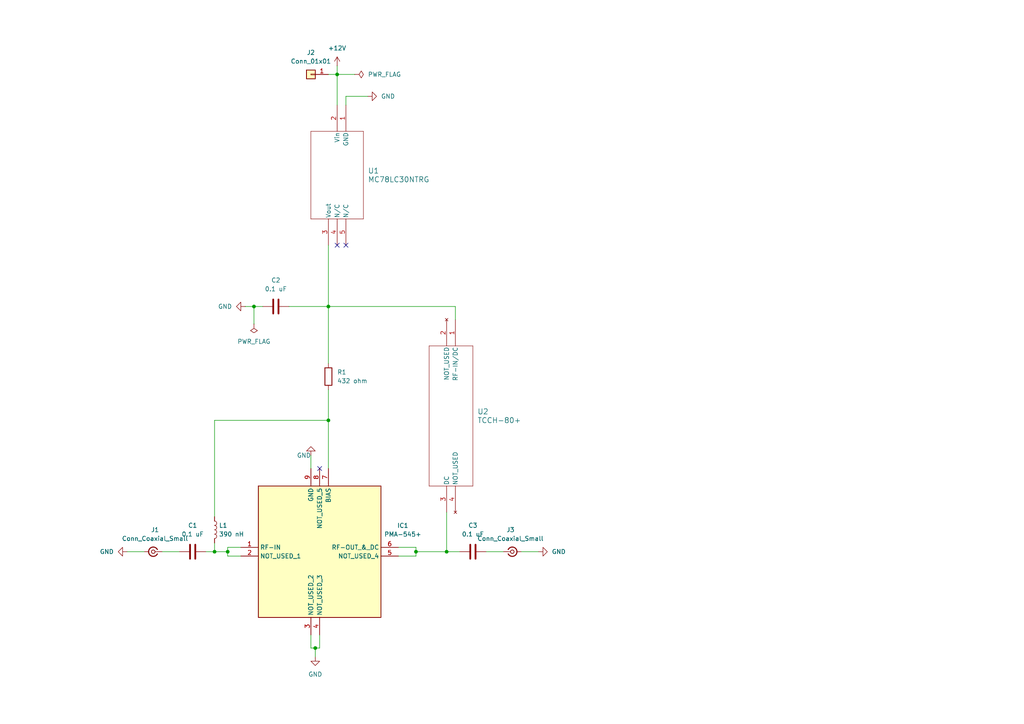
<source format=kicad_sch>
(kicad_sch
	(version 20231120)
	(generator "eeschema")
	(generator_version "8.0")
	(uuid "1f486dc4-76fe-4fd5-90aa-5b465374cced")
	(paper "A4")
	(lib_symbols
		(symbol "2024-07-02_20-48-42:TCCH-80+"
			(pin_names
				(offset 0.254)
			)
			(exclude_from_sim no)
			(in_bom yes)
			(on_board yes)
			(property "Reference" "U"
				(at 27.94 10.16 0)
				(effects
					(font
						(size 1.524 1.524)
					)
				)
			)
			(property "Value" "TCCH-80+"
				(at 27.94 7.62 0)
				(effects
					(font
						(size 1.524 1.524)
					)
				)
			)
			(property "Footprint" "GU1604_MNC"
				(at 0 0 0)
				(effects
					(font
						(size 1.27 1.27)
						(italic yes)
					)
					(hide yes)
				)
			)
			(property "Datasheet" "TCCH-80+"
				(at 0 0 0)
				(effects
					(font
						(size 1.27 1.27)
						(italic yes)
					)
					(hide yes)
				)
			)
			(property "Description" ""
				(at 0 0 0)
				(effects
					(font
						(size 1.27 1.27)
					)
					(hide yes)
				)
			)
			(property "ki_locked" ""
				(at 0 0 0)
				(effects
					(font
						(size 1.27 1.27)
					)
				)
			)
			(property "ki_keywords" "TCCH-80+"
				(at 0 0 0)
				(effects
					(font
						(size 1.27 1.27)
					)
					(hide yes)
				)
			)
			(property "ki_fp_filters" "GU1604_MNC"
				(at 0 0 0)
				(effects
					(font
						(size 1.27 1.27)
					)
					(hide yes)
				)
			)
			(symbol "TCCH-80+_0_1"
				(polyline
					(pts
						(xy 7.62 -7.62) (xy 48.26 -7.62)
					)
					(stroke
						(width 0.127)
						(type default)
					)
					(fill
						(type none)
					)
				)
				(polyline
					(pts
						(xy 7.62 5.08) (xy 7.62 -7.62)
					)
					(stroke
						(width 0.127)
						(type default)
					)
					(fill
						(type none)
					)
				)
				(polyline
					(pts
						(xy 48.26 -7.62) (xy 48.26 5.08)
					)
					(stroke
						(width 0.127)
						(type default)
					)
					(fill
						(type none)
					)
				)
				(polyline
					(pts
						(xy 48.26 5.08) (xy 7.62 5.08)
					)
					(stroke
						(width 0.127)
						(type default)
					)
					(fill
						(type none)
					)
				)
				(pin unspecified line
					(at 0 0 0)
					(length 7.62)
					(name "RF-IN/DC"
						(effects
							(font
								(size 1.27 1.27)
							)
						)
					)
					(number "1"
						(effects
							(font
								(size 1.27 1.27)
							)
						)
					)
				)
				(pin no_connect line
					(at 0 -2.54 0)
					(length 7.62)
					(name "NOT_USED"
						(effects
							(font
								(size 1.27 1.27)
							)
						)
					)
					(number "2"
						(effects
							(font
								(size 1.27 1.27)
							)
						)
					)
				)
				(pin unspecified line
					(at 55.88 -2.54 180)
					(length 7.62)
					(name "DC"
						(effects
							(font
								(size 1.27 1.27)
							)
						)
					)
					(number "3"
						(effects
							(font
								(size 1.27 1.27)
							)
						)
					)
				)
				(pin no_connect line
					(at 55.88 0 180)
					(length 7.62)
					(name "NOT_USED"
						(effects
							(font
								(size 1.27 1.27)
							)
						)
					)
					(number "4"
						(effects
							(font
								(size 1.27 1.27)
							)
						)
					)
				)
			)
		)
		(symbol "2024-07-02_22-13-20:MC78LC30NTRG"
			(pin_names
				(offset 0.254)
			)
			(exclude_from_sim no)
			(in_bom yes)
			(on_board yes)
			(property "Reference" "U"
				(at 20.32 10.16 0)
				(effects
					(font
						(size 1.524 1.524)
					)
				)
			)
			(property "Value" "MC78LC30NTRG"
				(at 20.32 7.62 0)
				(effects
					(font
						(size 1.524 1.524)
					)
				)
			)
			(property "Footprint" "TSOT23-5_ONS"
				(at 0 0 0)
				(effects
					(font
						(size 1.27 1.27)
						(italic yes)
					)
					(hide yes)
				)
			)
			(property "Datasheet" "MC78LC30NTRG"
				(at 0 0 0)
				(effects
					(font
						(size 1.27 1.27)
						(italic yes)
					)
					(hide yes)
				)
			)
			(property "Description" ""
				(at 0 0 0)
				(effects
					(font
						(size 1.27 1.27)
					)
					(hide yes)
				)
			)
			(property "ki_locked" ""
				(at 0 0 0)
				(effects
					(font
						(size 1.27 1.27)
					)
				)
			)
			(property "ki_keywords" "MC78LC30NTRG"
				(at 0 0 0)
				(effects
					(font
						(size 1.27 1.27)
					)
					(hide yes)
				)
			)
			(property "ki_fp_filters" "TSOT23-5_ONS TSOT23-5_ONS-M TSOT23-5_ONS-L"
				(at 0 0 0)
				(effects
					(font
						(size 1.27 1.27)
					)
					(hide yes)
				)
			)
			(symbol "MC78LC30NTRG_0_1"
				(polyline
					(pts
						(xy 7.62 -10.16) (xy 33.02 -10.16)
					)
					(stroke
						(width 0.127)
						(type default)
					)
					(fill
						(type none)
					)
				)
				(polyline
					(pts
						(xy 7.62 5.08) (xy 7.62 -10.16)
					)
					(stroke
						(width 0.127)
						(type default)
					)
					(fill
						(type none)
					)
				)
				(polyline
					(pts
						(xy 33.02 -10.16) (xy 33.02 5.08)
					)
					(stroke
						(width 0.127)
						(type default)
					)
					(fill
						(type none)
					)
				)
				(polyline
					(pts
						(xy 33.02 5.08) (xy 7.62 5.08)
					)
					(stroke
						(width 0.127)
						(type default)
					)
					(fill
						(type none)
					)
				)
			)
			(symbol "MC78LC30NTRG_1_1"
				(pin unspecified line
					(at 0 0 0)
					(length 7.62)
					(name "GND"
						(effects
							(font
								(size 1.27 1.27)
							)
						)
					)
					(number "1"
						(effects
							(font
								(size 1.27 1.27)
							)
						)
					)
				)
				(pin unspecified line
					(at 0 -2.54 0)
					(length 7.62)
					(name "Vin"
						(effects
							(font
								(size 1.27 1.27)
							)
						)
					)
					(number "2"
						(effects
							(font
								(size 1.27 1.27)
							)
						)
					)
				)
				(pin unspecified line
					(at 40.64 -5.08 180)
					(length 7.62)
					(name "Vout"
						(effects
							(font
								(size 1.27 1.27)
							)
						)
					)
					(number "3"
						(effects
							(font
								(size 1.27 1.27)
							)
						)
					)
				)
				(pin unspecified line
					(at 40.64 -2.54 180)
					(length 7.62)
					(name "N/C"
						(effects
							(font
								(size 1.27 1.27)
							)
						)
					)
					(number "4"
						(effects
							(font
								(size 1.27 1.27)
							)
						)
					)
				)
				(pin unspecified line
					(at 40.64 0 180)
					(length 7.62)
					(name "N/C"
						(effects
							(font
								(size 1.27 1.27)
							)
						)
					)
					(number "5"
						(effects
							(font
								(size 1.27 1.27)
							)
						)
					)
				)
			)
		)
		(symbol "Connector:Conn_Coaxial_Small"
			(pin_numbers hide)
			(pin_names
				(offset 1.016) hide)
			(exclude_from_sim no)
			(in_bom yes)
			(on_board yes)
			(property "Reference" "J"
				(at 0.254 3.048 0)
				(effects
					(font
						(size 1.27 1.27)
					)
				)
			)
			(property "Value" "Conn_Coaxial_Small"
				(at 0 -3.81 0)
				(effects
					(font
						(size 1.27 1.27)
					)
				)
			)
			(property "Footprint" ""
				(at 0 0 0)
				(effects
					(font
						(size 1.27 1.27)
					)
					(hide yes)
				)
			)
			(property "Datasheet" "~"
				(at 0 0 0)
				(effects
					(font
						(size 1.27 1.27)
					)
					(hide yes)
				)
			)
			(property "Description" "small coaxial connector (BNC, SMA, SMB, SMC, Cinch/RCA, LEMO, ...)"
				(at 0 0 0)
				(effects
					(font
						(size 1.27 1.27)
					)
					(hide yes)
				)
			)
			(property "ki_keywords" "BNC SMA SMB SMC LEMO coaxial connector CINCH RCA MCX MMCX U.FL UMRF"
				(at 0 0 0)
				(effects
					(font
						(size 1.27 1.27)
					)
					(hide yes)
				)
			)
			(property "ki_fp_filters" "*BNC* *SMA* *SMB* *SMC* *Cinch* *LEMO* *UMRF* *MCX* *U.FL*"
				(at 0 0 0)
				(effects
					(font
						(size 1.27 1.27)
					)
					(hide yes)
				)
			)
			(symbol "Conn_Coaxial_Small_0_1"
				(polyline
					(pts
						(xy -2.54 0) (xy -0.508 0)
					)
					(stroke
						(width 0)
						(type default)
					)
					(fill
						(type none)
					)
				)
				(circle
					(center 0 0)
					(radius 0.508)
					(stroke
						(width 0.2032)
						(type default)
					)
					(fill
						(type none)
					)
				)
			)
			(symbol "Conn_Coaxial_Small_1_1"
				(arc
					(start -1.1916 -0.6311)
					(mid 0.327 -1.3081)
					(end 1.3484 0.0039)
					(stroke
						(width 0.3048)
						(type default)
					)
					(fill
						(type none)
					)
				)
				(arc
					(start 1.3484 -0.0039)
					(mid 0.327 1.3081)
					(end -1.1916 0.6311)
					(stroke
						(width 0.3048)
						(type default)
					)
					(fill
						(type none)
					)
				)
				(pin passive line
					(at -2.54 0 0)
					(length 1.27)
					(name "In"
						(effects
							(font
								(size 1.27 1.27)
							)
						)
					)
					(number "1"
						(effects
							(font
								(size 1.27 1.27)
							)
						)
					)
				)
				(pin passive line
					(at 2.54 0 180)
					(length 1.27)
					(name "Ext"
						(effects
							(font
								(size 1.27 1.27)
							)
						)
					)
					(number "2"
						(effects
							(font
								(size 1.27 1.27)
							)
						)
					)
				)
			)
		)
		(symbol "Connector_Generic:Conn_01x01"
			(pin_names
				(offset 1.016) hide)
			(exclude_from_sim no)
			(in_bom yes)
			(on_board yes)
			(property "Reference" "J"
				(at 0 2.54 0)
				(effects
					(font
						(size 1.27 1.27)
					)
				)
			)
			(property "Value" "Conn_01x01"
				(at 0 -2.54 0)
				(effects
					(font
						(size 1.27 1.27)
					)
				)
			)
			(property "Footprint" ""
				(at 0 0 0)
				(effects
					(font
						(size 1.27 1.27)
					)
					(hide yes)
				)
			)
			(property "Datasheet" "~"
				(at 0 0 0)
				(effects
					(font
						(size 1.27 1.27)
					)
					(hide yes)
				)
			)
			(property "Description" "Generic connector, single row, 01x01, script generated (kicad-library-utils/schlib/autogen/connector/)"
				(at 0 0 0)
				(effects
					(font
						(size 1.27 1.27)
					)
					(hide yes)
				)
			)
			(property "ki_keywords" "connector"
				(at 0 0 0)
				(effects
					(font
						(size 1.27 1.27)
					)
					(hide yes)
				)
			)
			(property "ki_fp_filters" "Connector*:*_1x??_*"
				(at 0 0 0)
				(effects
					(font
						(size 1.27 1.27)
					)
					(hide yes)
				)
			)
			(symbol "Conn_01x01_1_1"
				(rectangle
					(start -1.27 0.127)
					(end 0 -0.127)
					(stroke
						(width 0.1524)
						(type default)
					)
					(fill
						(type none)
					)
				)
				(rectangle
					(start -1.27 1.27)
					(end 1.27 -1.27)
					(stroke
						(width 0.254)
						(type default)
					)
					(fill
						(type background)
					)
				)
				(pin passive line
					(at -5.08 0 0)
					(length 3.81)
					(name "Pin_1"
						(effects
							(font
								(size 1.27 1.27)
							)
						)
					)
					(number "1"
						(effects
							(font
								(size 1.27 1.27)
							)
						)
					)
				)
			)
		)
		(symbol "Device:C"
			(pin_numbers hide)
			(pin_names
				(offset 0.254)
			)
			(exclude_from_sim no)
			(in_bom yes)
			(on_board yes)
			(property "Reference" "C"
				(at 0.635 2.54 0)
				(effects
					(font
						(size 1.27 1.27)
					)
					(justify left)
				)
			)
			(property "Value" "C"
				(at 0.635 -2.54 0)
				(effects
					(font
						(size 1.27 1.27)
					)
					(justify left)
				)
			)
			(property "Footprint" ""
				(at 0.9652 -3.81 0)
				(effects
					(font
						(size 1.27 1.27)
					)
					(hide yes)
				)
			)
			(property "Datasheet" "~"
				(at 0 0 0)
				(effects
					(font
						(size 1.27 1.27)
					)
					(hide yes)
				)
			)
			(property "Description" "Unpolarized capacitor"
				(at 0 0 0)
				(effects
					(font
						(size 1.27 1.27)
					)
					(hide yes)
				)
			)
			(property "ki_keywords" "cap capacitor"
				(at 0 0 0)
				(effects
					(font
						(size 1.27 1.27)
					)
					(hide yes)
				)
			)
			(property "ki_fp_filters" "C_*"
				(at 0 0 0)
				(effects
					(font
						(size 1.27 1.27)
					)
					(hide yes)
				)
			)
			(symbol "C_0_1"
				(polyline
					(pts
						(xy -2.032 -0.762) (xy 2.032 -0.762)
					)
					(stroke
						(width 0.508)
						(type default)
					)
					(fill
						(type none)
					)
				)
				(polyline
					(pts
						(xy -2.032 0.762) (xy 2.032 0.762)
					)
					(stroke
						(width 0.508)
						(type default)
					)
					(fill
						(type none)
					)
				)
			)
			(symbol "C_1_1"
				(pin passive line
					(at 0 3.81 270)
					(length 2.794)
					(name "~"
						(effects
							(font
								(size 1.27 1.27)
							)
						)
					)
					(number "1"
						(effects
							(font
								(size 1.27 1.27)
							)
						)
					)
				)
				(pin passive line
					(at 0 -3.81 90)
					(length 2.794)
					(name "~"
						(effects
							(font
								(size 1.27 1.27)
							)
						)
					)
					(number "2"
						(effects
							(font
								(size 1.27 1.27)
							)
						)
					)
				)
			)
		)
		(symbol "Device:L"
			(pin_numbers hide)
			(pin_names
				(offset 1.016) hide)
			(exclude_from_sim no)
			(in_bom yes)
			(on_board yes)
			(property "Reference" "L"
				(at -1.27 0 90)
				(effects
					(font
						(size 1.27 1.27)
					)
				)
			)
			(property "Value" "L"
				(at 1.905 0 90)
				(effects
					(font
						(size 1.27 1.27)
					)
				)
			)
			(property "Footprint" ""
				(at 0 0 0)
				(effects
					(font
						(size 1.27 1.27)
					)
					(hide yes)
				)
			)
			(property "Datasheet" "~"
				(at 0 0 0)
				(effects
					(font
						(size 1.27 1.27)
					)
					(hide yes)
				)
			)
			(property "Description" "Inductor"
				(at 0 0 0)
				(effects
					(font
						(size 1.27 1.27)
					)
					(hide yes)
				)
			)
			(property "ki_keywords" "inductor choke coil reactor magnetic"
				(at 0 0 0)
				(effects
					(font
						(size 1.27 1.27)
					)
					(hide yes)
				)
			)
			(property "ki_fp_filters" "Choke_* *Coil* Inductor_* L_*"
				(at 0 0 0)
				(effects
					(font
						(size 1.27 1.27)
					)
					(hide yes)
				)
			)
			(symbol "L_0_1"
				(arc
					(start 0 -2.54)
					(mid 0.6323 -1.905)
					(end 0 -1.27)
					(stroke
						(width 0)
						(type default)
					)
					(fill
						(type none)
					)
				)
				(arc
					(start 0 -1.27)
					(mid 0.6323 -0.635)
					(end 0 0)
					(stroke
						(width 0)
						(type default)
					)
					(fill
						(type none)
					)
				)
				(arc
					(start 0 0)
					(mid 0.6323 0.635)
					(end 0 1.27)
					(stroke
						(width 0)
						(type default)
					)
					(fill
						(type none)
					)
				)
				(arc
					(start 0 1.27)
					(mid 0.6323 1.905)
					(end 0 2.54)
					(stroke
						(width 0)
						(type default)
					)
					(fill
						(type none)
					)
				)
			)
			(symbol "L_1_1"
				(pin passive line
					(at 0 3.81 270)
					(length 1.27)
					(name "1"
						(effects
							(font
								(size 1.27 1.27)
							)
						)
					)
					(number "1"
						(effects
							(font
								(size 1.27 1.27)
							)
						)
					)
				)
				(pin passive line
					(at 0 -3.81 90)
					(length 1.27)
					(name "2"
						(effects
							(font
								(size 1.27 1.27)
							)
						)
					)
					(number "2"
						(effects
							(font
								(size 1.27 1.27)
							)
						)
					)
				)
			)
		)
		(symbol "Device:R"
			(pin_numbers hide)
			(pin_names
				(offset 0)
			)
			(exclude_from_sim no)
			(in_bom yes)
			(on_board yes)
			(property "Reference" "R"
				(at 2.032 0 90)
				(effects
					(font
						(size 1.27 1.27)
					)
				)
			)
			(property "Value" "R"
				(at 0 0 90)
				(effects
					(font
						(size 1.27 1.27)
					)
				)
			)
			(property "Footprint" ""
				(at -1.778 0 90)
				(effects
					(font
						(size 1.27 1.27)
					)
					(hide yes)
				)
			)
			(property "Datasheet" "~"
				(at 0 0 0)
				(effects
					(font
						(size 1.27 1.27)
					)
					(hide yes)
				)
			)
			(property "Description" "Resistor"
				(at 0 0 0)
				(effects
					(font
						(size 1.27 1.27)
					)
					(hide yes)
				)
			)
			(property "ki_keywords" "R res resistor"
				(at 0 0 0)
				(effects
					(font
						(size 1.27 1.27)
					)
					(hide yes)
				)
			)
			(property "ki_fp_filters" "R_*"
				(at 0 0 0)
				(effects
					(font
						(size 1.27 1.27)
					)
					(hide yes)
				)
			)
			(symbol "R_0_1"
				(rectangle
					(start -1.016 -2.54)
					(end 1.016 2.54)
					(stroke
						(width 0.254)
						(type default)
					)
					(fill
						(type none)
					)
				)
			)
			(symbol "R_1_1"
				(pin passive line
					(at 0 3.81 270)
					(length 1.27)
					(name "~"
						(effects
							(font
								(size 1.27 1.27)
							)
						)
					)
					(number "1"
						(effects
							(font
								(size 1.27 1.27)
							)
						)
					)
				)
				(pin passive line
					(at 0 -3.81 90)
					(length 1.27)
					(name "~"
						(effects
							(font
								(size 1.27 1.27)
							)
						)
					)
					(number "2"
						(effects
							(font
								(size 1.27 1.27)
							)
						)
					)
				)
			)
		)
		(symbol "PMA-545+:PMA-545+"
			(exclude_from_sim no)
			(in_bom yes)
			(on_board yes)
			(property "Reference" "IC"
				(at 41.91 22.86 0)
				(effects
					(font
						(size 1.27 1.27)
					)
					(justify left top)
				)
			)
			(property "Value" "PMA-545+"
				(at 41.91 20.32 0)
				(effects
					(font
						(size 1.27 1.27)
					)
					(justify left top)
				)
			)
			(property "Footprint" "PMA545"
				(at 41.91 -79.68 0)
				(effects
					(font
						(size 1.27 1.27)
					)
					(justify left top)
					(hide yes)
				)
			)
			(property "Datasheet" "https://www.minicircuits.com/WebStore/dashboardPdf?model=PMA-545%2B"
				(at 41.91 -179.68 0)
				(effects
					(font
						(size 1.27 1.27)
					)
					(justify left top)
					(hide yes)
				)
			)
			(property "Description" "RF Amplifier LOW NOISE AMPL / SM / RoHS"
				(at 0 0 0)
				(effects
					(font
						(size 1.27 1.27)
					)
					(hide yes)
				)
			)
			(property "Height" "0.992"
				(at 41.91 -379.68 0)
				(effects
					(font
						(size 1.27 1.27)
					)
					(justify left top)
					(hide yes)
				)
			)
			(property "Manufacturer_Name" "Mini-Circuits"
				(at 41.91 -479.68 0)
				(effects
					(font
						(size 1.27 1.27)
					)
					(justify left top)
					(hide yes)
				)
			)
			(property "Manufacturer_Part_Number" "PMA-545+"
				(at 41.91 -579.68 0)
				(effects
					(font
						(size 1.27 1.27)
					)
					(justify left top)
					(hide yes)
				)
			)
			(property "Mouser Part Number" "139-PMA-545"
				(at 41.91 -679.68 0)
				(effects
					(font
						(size 1.27 1.27)
					)
					(justify left top)
					(hide yes)
				)
			)
			(property "Mouser Price/Stock" "https://www.mouser.co.uk/ProductDetail/Mini-Circuits/PMA-545%2b?qs=xZ%2FP%252Ba9zWqYauFFRGElTcw%3D%3D"
				(at 41.91 -779.68 0)
				(effects
					(font
						(size 1.27 1.27)
					)
					(justify left top)
					(hide yes)
				)
			)
			(property "Arrow Part Number" ""
				(at 41.91 -879.68 0)
				(effects
					(font
						(size 1.27 1.27)
					)
					(justify left top)
					(hide yes)
				)
			)
			(property "Arrow Price/Stock" ""
				(at 41.91 -979.68 0)
				(effects
					(font
						(size 1.27 1.27)
					)
					(justify left top)
					(hide yes)
				)
			)
			(symbol "PMA-545+_1_1"
				(rectangle
					(start 5.08 17.78)
					(end 40.64 -20.32)
					(stroke
						(width 0.254)
						(type default)
					)
					(fill
						(type background)
					)
				)
				(pin passive line
					(at 0 0 0)
					(length 5.08)
					(name "RF-IN"
						(effects
							(font
								(size 1.27 1.27)
							)
						)
					)
					(number "1"
						(effects
							(font
								(size 1.27 1.27)
							)
						)
					)
				)
				(pin passive line
					(at 0 -2.54 0)
					(length 5.08)
					(name "NOT_USED_1"
						(effects
							(font
								(size 1.27 1.27)
							)
						)
					)
					(number "2"
						(effects
							(font
								(size 1.27 1.27)
							)
						)
					)
				)
				(pin passive line
					(at 20.32 -25.4 90)
					(length 5.08)
					(name "NOT_USED_2"
						(effects
							(font
								(size 1.27 1.27)
							)
						)
					)
					(number "3"
						(effects
							(font
								(size 1.27 1.27)
							)
						)
					)
				)
				(pin passive line
					(at 22.86 -25.4 90)
					(length 5.08)
					(name "NOT_USED_3"
						(effects
							(font
								(size 1.27 1.27)
							)
						)
					)
					(number "4"
						(effects
							(font
								(size 1.27 1.27)
							)
						)
					)
				)
				(pin passive line
					(at 45.72 -2.54 180)
					(length 5.08)
					(name "NOT_USED_4"
						(effects
							(font
								(size 1.27 1.27)
							)
						)
					)
					(number "5"
						(effects
							(font
								(size 1.27 1.27)
							)
						)
					)
				)
				(pin passive line
					(at 45.72 0 180)
					(length 5.08)
					(name "RF-OUT_&_DC"
						(effects
							(font
								(size 1.27 1.27)
							)
						)
					)
					(number "6"
						(effects
							(font
								(size 1.27 1.27)
							)
						)
					)
				)
				(pin passive line
					(at 25.4 22.86 270)
					(length 5.08)
					(name "BIAS"
						(effects
							(font
								(size 1.27 1.27)
							)
						)
					)
					(number "7"
						(effects
							(font
								(size 1.27 1.27)
							)
						)
					)
				)
				(pin passive line
					(at 22.86 22.86 270)
					(length 5.08)
					(name "NOT_USED_5"
						(effects
							(font
								(size 1.27 1.27)
							)
						)
					)
					(number "8"
						(effects
							(font
								(size 1.27 1.27)
							)
						)
					)
				)
				(pin passive line
					(at 20.32 22.86 270)
					(length 5.08)
					(name "GND"
						(effects
							(font
								(size 1.27 1.27)
							)
						)
					)
					(number "9"
						(effects
							(font
								(size 1.27 1.27)
							)
						)
					)
				)
			)
		)
		(symbol "power:+12V"
			(power)
			(pin_numbers hide)
			(pin_names
				(offset 0) hide)
			(exclude_from_sim no)
			(in_bom yes)
			(on_board yes)
			(property "Reference" "#PWR"
				(at 0 -3.81 0)
				(effects
					(font
						(size 1.27 1.27)
					)
					(hide yes)
				)
			)
			(property "Value" "+12V"
				(at 0 3.556 0)
				(effects
					(font
						(size 1.27 1.27)
					)
				)
			)
			(property "Footprint" ""
				(at 0 0 0)
				(effects
					(font
						(size 1.27 1.27)
					)
					(hide yes)
				)
			)
			(property "Datasheet" ""
				(at 0 0 0)
				(effects
					(font
						(size 1.27 1.27)
					)
					(hide yes)
				)
			)
			(property "Description" "Power symbol creates a global label with name \"+12V\""
				(at 0 0 0)
				(effects
					(font
						(size 1.27 1.27)
					)
					(hide yes)
				)
			)
			(property "ki_keywords" "global power"
				(at 0 0 0)
				(effects
					(font
						(size 1.27 1.27)
					)
					(hide yes)
				)
			)
			(symbol "+12V_0_1"
				(polyline
					(pts
						(xy -0.762 1.27) (xy 0 2.54)
					)
					(stroke
						(width 0)
						(type default)
					)
					(fill
						(type none)
					)
				)
				(polyline
					(pts
						(xy 0 0) (xy 0 2.54)
					)
					(stroke
						(width 0)
						(type default)
					)
					(fill
						(type none)
					)
				)
				(polyline
					(pts
						(xy 0 2.54) (xy 0.762 1.27)
					)
					(stroke
						(width 0)
						(type default)
					)
					(fill
						(type none)
					)
				)
			)
			(symbol "+12V_1_1"
				(pin power_in line
					(at 0 0 90)
					(length 0)
					(name "~"
						(effects
							(font
								(size 1.27 1.27)
							)
						)
					)
					(number "1"
						(effects
							(font
								(size 1.27 1.27)
							)
						)
					)
				)
			)
		)
		(symbol "power:GND"
			(power)
			(pin_numbers hide)
			(pin_names
				(offset 0) hide)
			(exclude_from_sim no)
			(in_bom yes)
			(on_board yes)
			(property "Reference" "#PWR"
				(at 0 -6.35 0)
				(effects
					(font
						(size 1.27 1.27)
					)
					(hide yes)
				)
			)
			(property "Value" "GND"
				(at 0 -3.81 0)
				(effects
					(font
						(size 1.27 1.27)
					)
				)
			)
			(property "Footprint" ""
				(at 0 0 0)
				(effects
					(font
						(size 1.27 1.27)
					)
					(hide yes)
				)
			)
			(property "Datasheet" ""
				(at 0 0 0)
				(effects
					(font
						(size 1.27 1.27)
					)
					(hide yes)
				)
			)
			(property "Description" "Power symbol creates a global label with name \"GND\" , ground"
				(at 0 0 0)
				(effects
					(font
						(size 1.27 1.27)
					)
					(hide yes)
				)
			)
			(property "ki_keywords" "global power"
				(at 0 0 0)
				(effects
					(font
						(size 1.27 1.27)
					)
					(hide yes)
				)
			)
			(symbol "GND_0_1"
				(polyline
					(pts
						(xy 0 0) (xy 0 -1.27) (xy 1.27 -1.27) (xy 0 -2.54) (xy -1.27 -1.27) (xy 0 -1.27)
					)
					(stroke
						(width 0)
						(type default)
					)
					(fill
						(type none)
					)
				)
			)
			(symbol "GND_1_1"
				(pin power_in line
					(at 0 0 270)
					(length 0)
					(name "~"
						(effects
							(font
								(size 1.27 1.27)
							)
						)
					)
					(number "1"
						(effects
							(font
								(size 1.27 1.27)
							)
						)
					)
				)
			)
		)
		(symbol "power:PWR_FLAG"
			(power)
			(pin_numbers hide)
			(pin_names
				(offset 0) hide)
			(exclude_from_sim no)
			(in_bom yes)
			(on_board yes)
			(property "Reference" "#FLG"
				(at 0 1.905 0)
				(effects
					(font
						(size 1.27 1.27)
					)
					(hide yes)
				)
			)
			(property "Value" "PWR_FLAG"
				(at 0 3.81 0)
				(effects
					(font
						(size 1.27 1.27)
					)
				)
			)
			(property "Footprint" ""
				(at 0 0 0)
				(effects
					(font
						(size 1.27 1.27)
					)
					(hide yes)
				)
			)
			(property "Datasheet" "~"
				(at 0 0 0)
				(effects
					(font
						(size 1.27 1.27)
					)
					(hide yes)
				)
			)
			(property "Description" "Special symbol for telling ERC where power comes from"
				(at 0 0 0)
				(effects
					(font
						(size 1.27 1.27)
					)
					(hide yes)
				)
			)
			(property "ki_keywords" "flag power"
				(at 0 0 0)
				(effects
					(font
						(size 1.27 1.27)
					)
					(hide yes)
				)
			)
			(symbol "PWR_FLAG_0_0"
				(pin power_out line
					(at 0 0 90)
					(length 0)
					(name "~"
						(effects
							(font
								(size 1.27 1.27)
							)
						)
					)
					(number "1"
						(effects
							(font
								(size 1.27 1.27)
							)
						)
					)
				)
			)
			(symbol "PWR_FLAG_0_1"
				(polyline
					(pts
						(xy 0 0) (xy 0 1.27) (xy -1.016 1.905) (xy 0 2.54) (xy 1.016 1.905) (xy 0 1.27)
					)
					(stroke
						(width 0)
						(type default)
					)
					(fill
						(type none)
					)
				)
			)
		)
	)
	(junction
		(at 62.23 160.02)
		(diameter 0)
		(color 0 0 0 0)
		(uuid "33a88b41-3f9a-4650-98e9-5ae18f373ec9")
	)
	(junction
		(at 91.44 187.96)
		(diameter 0)
		(color 0 0 0 0)
		(uuid "38e033c9-75ce-46b2-a3a8-529dcb8b2545")
	)
	(junction
		(at 120.65 160.02)
		(diameter 0)
		(color 0 0 0 0)
		(uuid "4c08ba46-f824-4b90-86b3-4ce80f1c4b39")
	)
	(junction
		(at 129.54 160.02)
		(diameter 0)
		(color 0 0 0 0)
		(uuid "6f4d05e4-5a42-4311-99a9-c53ac7d62d0c")
	)
	(junction
		(at 97.79 21.59)
		(diameter 0)
		(color 0 0 0 0)
		(uuid "7483a44e-6bf7-4a60-a93d-b063eb9c0a00")
	)
	(junction
		(at 66.04 160.02)
		(diameter 0)
		(color 0 0 0 0)
		(uuid "8c3dc6c6-9419-4e9a-95dc-56478873ab27")
	)
	(junction
		(at 95.25 121.92)
		(diameter 0)
		(color 0 0 0 0)
		(uuid "9e9109b3-7b8b-4fdd-aa15-581511c844b1")
	)
	(junction
		(at 73.66 88.9)
		(diameter 0)
		(color 0 0 0 0)
		(uuid "b272d078-076f-451d-994e-e08377236119")
	)
	(junction
		(at 95.25 88.9)
		(diameter 0)
		(color 0 0 0 0)
		(uuid "b8f8d507-e4ec-42ef-8752-5b2d42b4bea7")
	)
	(no_connect
		(at 92.71 135.89)
		(uuid "8c7f7d82-9407-407f-bc8b-a36c43c7fa18")
	)
	(no_connect
		(at 97.79 71.12)
		(uuid "bc50b13a-4a2a-4007-9ce1-d6dac84d2688")
	)
	(no_connect
		(at 100.33 71.12)
		(uuid "d2533fea-449f-4206-a486-fc011b9c548b")
	)
	(wire
		(pts
			(xy 59.69 160.02) (xy 62.23 160.02)
		)
		(stroke
			(width 0)
			(type default)
		)
		(uuid "0243c221-0a9f-466f-be4f-933174d44533")
	)
	(wire
		(pts
			(xy 129.54 160.02) (xy 133.35 160.02)
		)
		(stroke
			(width 0)
			(type default)
		)
		(uuid "153fa3c5-8b59-49fa-8859-1ce4a548710a")
	)
	(wire
		(pts
			(xy 97.79 19.05) (xy 97.79 21.59)
		)
		(stroke
			(width 0)
			(type default)
		)
		(uuid "1685fdee-5ed9-4ece-bac5-aced9e65bf68")
	)
	(wire
		(pts
			(xy 92.71 187.96) (xy 92.71 184.15)
		)
		(stroke
			(width 0)
			(type default)
		)
		(uuid "263da574-a917-4334-baa0-b7f0cdae23b8")
	)
	(wire
		(pts
			(xy 129.54 148.59) (xy 129.54 160.02)
		)
		(stroke
			(width 0)
			(type default)
		)
		(uuid "269f1058-8945-4a32-83db-b2257d613e86")
	)
	(wire
		(pts
			(xy 95.25 71.12) (xy 95.25 88.9)
		)
		(stroke
			(width 0)
			(type default)
		)
		(uuid "2a7a33f1-333e-48f1-b4c9-069d533d6476")
	)
	(wire
		(pts
			(xy 62.23 149.86) (xy 62.23 121.92)
		)
		(stroke
			(width 0)
			(type default)
		)
		(uuid "3483c485-07de-48bc-a805-28297a0e67ea")
	)
	(wire
		(pts
			(xy 151.13 160.02) (xy 156.21 160.02)
		)
		(stroke
			(width 0)
			(type default)
		)
		(uuid "37321615-c639-42f3-a880-fdfb744e9977")
	)
	(wire
		(pts
			(xy 120.65 158.75) (xy 120.65 160.02)
		)
		(stroke
			(width 0)
			(type default)
		)
		(uuid "3b5726d2-851b-4607-970d-5ae9437e3e6d")
	)
	(wire
		(pts
			(xy 95.25 88.9) (xy 132.08 88.9)
		)
		(stroke
			(width 0)
			(type default)
		)
		(uuid "3e661821-12cb-40dc-bbf1-f5d1494f6b30")
	)
	(wire
		(pts
			(xy 62.23 157.48) (xy 62.23 160.02)
		)
		(stroke
			(width 0)
			(type default)
		)
		(uuid "4718657b-1fba-4b89-a853-ebda611f78bd")
	)
	(wire
		(pts
			(xy 95.25 88.9) (xy 95.25 105.41)
		)
		(stroke
			(width 0)
			(type default)
		)
		(uuid "4824963b-fe31-4283-8f59-d1a7f9f171f3")
	)
	(wire
		(pts
			(xy 91.44 187.96) (xy 91.44 190.5)
		)
		(stroke
			(width 0)
			(type default)
		)
		(uuid "65003dc6-a2ee-42c6-bee2-7445dd7bad86")
	)
	(wire
		(pts
			(xy 97.79 21.59) (xy 95.25 21.59)
		)
		(stroke
			(width 0)
			(type default)
		)
		(uuid "65e6dfcd-635f-407e-a567-ef3f05947e8d")
	)
	(wire
		(pts
			(xy 66.04 161.29) (xy 69.85 161.29)
		)
		(stroke
			(width 0)
			(type default)
		)
		(uuid "6858fa65-2dd3-4137-8c52-2ddb46a18115")
	)
	(wire
		(pts
			(xy 90.17 187.96) (xy 91.44 187.96)
		)
		(stroke
			(width 0)
			(type default)
		)
		(uuid "69f2c05e-e758-48af-ad67-4af7dd3363d8")
	)
	(wire
		(pts
			(xy 73.66 88.9) (xy 76.2 88.9)
		)
		(stroke
			(width 0)
			(type default)
		)
		(uuid "75196f3f-60c4-41ac-a01f-1f3ae65a6117")
	)
	(wire
		(pts
			(xy 106.68 27.94) (xy 100.33 27.94)
		)
		(stroke
			(width 0)
			(type default)
		)
		(uuid "77272d20-0b50-4a67-aece-9c47ce6e8e28")
	)
	(wire
		(pts
			(xy 36.83 160.02) (xy 41.91 160.02)
		)
		(stroke
			(width 0)
			(type default)
		)
		(uuid "80132ad8-52a8-4de5-af75-1d9033264d9b")
	)
	(wire
		(pts
			(xy 95.25 88.9) (xy 83.82 88.9)
		)
		(stroke
			(width 0)
			(type default)
		)
		(uuid "820d65b6-18c1-48ac-9f9c-ced8974f9d67")
	)
	(wire
		(pts
			(xy 62.23 121.92) (xy 95.25 121.92)
		)
		(stroke
			(width 0)
			(type default)
		)
		(uuid "88c39827-4cf9-4762-b658-3f9b3254f534")
	)
	(wire
		(pts
			(xy 97.79 21.59) (xy 102.87 21.59)
		)
		(stroke
			(width 0)
			(type default)
		)
		(uuid "8f65786d-1d95-4b15-871e-ccd259fc4d0e")
	)
	(wire
		(pts
			(xy 115.57 158.75) (xy 120.65 158.75)
		)
		(stroke
			(width 0)
			(type default)
		)
		(uuid "a20bcc2a-c425-4411-8235-17efd484d53e")
	)
	(wire
		(pts
			(xy 66.04 158.75) (xy 66.04 160.02)
		)
		(stroke
			(width 0)
			(type default)
		)
		(uuid "a4c59980-c747-48fc-aac0-7ded78de2b2c")
	)
	(wire
		(pts
			(xy 69.85 158.75) (xy 66.04 158.75)
		)
		(stroke
			(width 0)
			(type default)
		)
		(uuid "aebe2b1d-4c8e-41c5-9be1-ed1012a6b98b")
	)
	(wire
		(pts
			(xy 62.23 160.02) (xy 66.04 160.02)
		)
		(stroke
			(width 0)
			(type default)
		)
		(uuid "b6a4b23b-ed43-4aa0-869c-ebab4a814c20")
	)
	(wire
		(pts
			(xy 95.25 121.92) (xy 95.25 135.89)
		)
		(stroke
			(width 0)
			(type default)
		)
		(uuid "b7a4cec1-dbd0-4b92-93cf-cb23f5deed7a")
	)
	(wire
		(pts
			(xy 46.99 160.02) (xy 52.07 160.02)
		)
		(stroke
			(width 0)
			(type default)
		)
		(uuid "ba252b77-ac00-4efd-a0d0-809cde67c625")
	)
	(wire
		(pts
			(xy 71.12 88.9) (xy 73.66 88.9)
		)
		(stroke
			(width 0)
			(type default)
		)
		(uuid "cceeea9c-2a91-44d9-bcdb-fac3b46f0578")
	)
	(wire
		(pts
			(xy 66.04 160.02) (xy 66.04 161.29)
		)
		(stroke
			(width 0)
			(type default)
		)
		(uuid "ce5dd297-8301-4eb3-a77b-ba9d71f25e98")
	)
	(wire
		(pts
			(xy 120.65 160.02) (xy 129.54 160.02)
		)
		(stroke
			(width 0)
			(type default)
		)
		(uuid "cf6fa911-e70f-4f02-9bef-0e9d4d68ed2e")
	)
	(wire
		(pts
			(xy 132.08 88.9) (xy 132.08 92.71)
		)
		(stroke
			(width 0)
			(type default)
		)
		(uuid "d5cb2060-f987-4fbb-9578-725dfe20152a")
	)
	(wire
		(pts
			(xy 97.79 21.59) (xy 97.79 30.48)
		)
		(stroke
			(width 0)
			(type default)
		)
		(uuid "e12229de-6fc1-47b1-9a0e-695b353d0076")
	)
	(wire
		(pts
			(xy 95.25 113.03) (xy 95.25 121.92)
		)
		(stroke
			(width 0)
			(type default)
		)
		(uuid "e2a4f5f8-0e78-4e76-86cc-830e8954c915")
	)
	(wire
		(pts
			(xy 115.57 161.29) (xy 120.65 161.29)
		)
		(stroke
			(width 0)
			(type default)
		)
		(uuid "e44eb179-f2a1-44a4-ba71-9dcae1d23ab0")
	)
	(wire
		(pts
			(xy 91.44 187.96) (xy 92.71 187.96)
		)
		(stroke
			(width 0)
			(type default)
		)
		(uuid "e455a022-c7e1-4630-b33e-ee52e83e8647")
	)
	(wire
		(pts
			(xy 120.65 160.02) (xy 120.65 161.29)
		)
		(stroke
			(width 0)
			(type default)
		)
		(uuid "e754ff09-5749-41de-98c7-98395f70122f")
	)
	(wire
		(pts
			(xy 90.17 184.15) (xy 90.17 187.96)
		)
		(stroke
			(width 0)
			(type default)
		)
		(uuid "ea11d8f1-7a6f-45a7-8dfe-210cdf44c52a")
	)
	(wire
		(pts
			(xy 90.17 132.08) (xy 90.17 135.89)
		)
		(stroke
			(width 0)
			(type default)
		)
		(uuid "eb0f6a1a-f086-4bb2-b793-78df2d457507")
	)
	(wire
		(pts
			(xy 100.33 27.94) (xy 100.33 30.48)
		)
		(stroke
			(width 0)
			(type default)
		)
		(uuid "f4ad6c1a-aed3-49d8-9fee-7ff47ce67310")
	)
	(wire
		(pts
			(xy 140.97 160.02) (xy 146.05 160.02)
		)
		(stroke
			(width 0)
			(type default)
		)
		(uuid "fa7d686d-d706-459c-9784-ba437a527338")
	)
	(wire
		(pts
			(xy 73.66 88.9) (xy 73.66 93.98)
		)
		(stroke
			(width 0)
			(type default)
		)
		(uuid "feb3073d-dbe7-4c5c-a810-1282cd5d660f")
	)
	(symbol
		(lib_id "Device:C")
		(at 55.88 160.02 90)
		(unit 1)
		(exclude_from_sim no)
		(in_bom yes)
		(on_board yes)
		(dnp no)
		(fields_autoplaced yes)
		(uuid "09c630dc-21a8-402e-86d1-4674140875f3")
		(property "Reference" "C1"
			(at 55.88 152.4 90)
			(effects
				(font
					(size 1.27 1.27)
				)
			)
		)
		(property "Value" "0.1 uF"
			(at 55.88 154.94 90)
			(effects
				(font
					(size 1.27 1.27)
				)
			)
		)
		(property "Footprint" "Capacitor_SMD:C_0201_0603Metric_Pad0.64x0.40mm_HandSolder"
			(at 59.69 159.0548 0)
			(effects
				(font
					(size 1.27 1.27)
				)
				(hide yes)
			)
		)
		(property "Datasheet" "~"
			(at 55.88 160.02 0)
			(effects
				(font
					(size 1.27 1.27)
				)
				(hide yes)
			)
		)
		(property "Description" "Unpolarized capacitor"
			(at 55.88 160.02 0)
			(effects
				(font
					(size 1.27 1.27)
				)
				(hide yes)
			)
		)
		(pin "1"
			(uuid "9952f794-29e0-4882-9b71-a42cd6c47fd6")
		)
		(pin "2"
			(uuid "b1bfdf08-af8e-4811-8533-cc4b0b117779")
		)
		(instances
			(project ""
				(path "/1f486dc4-76fe-4fd5-90aa-5b465374cced"
					(reference "C1")
					(unit 1)
				)
			)
		)
	)
	(symbol
		(lib_id "power:GND")
		(at 91.44 190.5 0)
		(unit 1)
		(exclude_from_sim no)
		(in_bom yes)
		(on_board yes)
		(dnp no)
		(fields_autoplaced yes)
		(uuid "17bdcb1c-afda-47cb-a720-7f4bca2f587f")
		(property "Reference" "#PWR04"
			(at 91.44 196.85 0)
			(effects
				(font
					(size 1.27 1.27)
				)
				(hide yes)
			)
		)
		(property "Value" "GND"
			(at 91.44 195.58 0)
			(effects
				(font
					(size 1.27 1.27)
				)
			)
		)
		(property "Footprint" ""
			(at 91.44 190.5 0)
			(effects
				(font
					(size 1.27 1.27)
				)
				(hide yes)
			)
		)
		(property "Datasheet" ""
			(at 91.44 190.5 0)
			(effects
				(font
					(size 1.27 1.27)
				)
				(hide yes)
			)
		)
		(property "Description" "Power symbol creates a global label with name \"GND\" , ground"
			(at 91.44 190.5 0)
			(effects
				(font
					(size 1.27 1.27)
				)
				(hide yes)
			)
		)
		(pin "1"
			(uuid "05326fb9-5f6d-4d1b-916a-7871f18cb141")
		)
		(instances
			(project ""
				(path "/1f486dc4-76fe-4fd5-90aa-5b465374cced"
					(reference "#PWR04")
					(unit 1)
				)
			)
		)
	)
	(symbol
		(lib_id "2024-07-02_22-13-20:MC78LC30NTRG")
		(at 100.33 30.48 270)
		(unit 1)
		(exclude_from_sim no)
		(in_bom yes)
		(on_board yes)
		(dnp no)
		(fields_autoplaced yes)
		(uuid "1968d032-c4a9-4609-8e33-f8f8e80b5f84")
		(property "Reference" "U1"
			(at 106.68 49.5299 90)
			(effects
				(font
					(size 1.524 1.524)
				)
				(justify left)
			)
		)
		(property "Value" "MC78LC30NTRG"
			(at 106.68 52.0699 90)
			(effects
				(font
					(size 1.524 1.524)
				)
				(justify left)
			)
		)
		(property "Footprint" "MC78LC30NTRG:TSOT23-5_ONS"
			(at 100.33 30.48 0)
			(effects
				(font
					(size 1.27 1.27)
					(italic yes)
				)
				(hide yes)
			)
		)
		(property "Datasheet" "MC78LC30NTRG"
			(at 100.33 30.48 0)
			(effects
				(font
					(size 1.27 1.27)
					(italic yes)
				)
				(hide yes)
			)
		)
		(property "Description" ""
			(at 100.33 30.48 0)
			(effects
				(font
					(size 1.27 1.27)
				)
				(hide yes)
			)
		)
		(pin "5"
			(uuid "c374acb8-1149-446e-a86a-ee700c48bcec")
		)
		(pin "3"
			(uuid "7d036ea5-101f-412c-a189-8b509cb2ee71")
		)
		(pin "2"
			(uuid "0e1a4844-9554-4e98-8d8e-6e869ad69cae")
		)
		(pin "1"
			(uuid "0b0db85a-3d1b-4de7-8129-e2be40db8e94")
		)
		(pin "4"
			(uuid "c1b8bf80-cc38-4f9b-aace-0c05ae36255e")
		)
		(instances
			(project ""
				(path "/1f486dc4-76fe-4fd5-90aa-5b465374cced"
					(reference "U1")
					(unit 1)
				)
			)
		)
	)
	(symbol
		(lib_id "Connector:Conn_Coaxial_Small")
		(at 148.59 160.02 0)
		(unit 1)
		(exclude_from_sim no)
		(in_bom yes)
		(on_board yes)
		(dnp no)
		(fields_autoplaced yes)
		(uuid "1c317051-6140-4db1-9317-19af24695bae")
		(property "Reference" "J3"
			(at 148.0704 153.67 0)
			(effects
				(font
					(size 1.27 1.27)
				)
			)
		)
		(property "Value" "Conn_Coaxial_Small"
			(at 148.0704 156.21 0)
			(effects
				(font
					(size 1.27 1.27)
				)
			)
		)
		(property "Footprint" "Connector_Coaxial:SMA_Molex_73251-1153_EdgeMount_Horizontal"
			(at 148.59 160.02 0)
			(effects
				(font
					(size 1.27 1.27)
				)
				(hide yes)
			)
		)
		(property "Datasheet" "~"
			(at 148.59 160.02 0)
			(effects
				(font
					(size 1.27 1.27)
				)
				(hide yes)
			)
		)
		(property "Description" "small coaxial connector (BNC, SMA, SMB, SMC, Cinch/RCA, LEMO, ...)"
			(at 148.59 160.02 0)
			(effects
				(font
					(size 1.27 1.27)
				)
				(hide yes)
			)
		)
		(pin "1"
			(uuid "e7900404-2f71-40c7-a2a7-b078bce9bee0")
		)
		(pin "2"
			(uuid "cca7c544-938a-4d32-9cfe-4b545c0e4ce3")
		)
		(instances
			(project ""
				(path "/1f486dc4-76fe-4fd5-90aa-5b465374cced"
					(reference "J3")
					(unit 1)
				)
			)
		)
	)
	(symbol
		(lib_id "Device:C")
		(at 137.16 160.02 90)
		(unit 1)
		(exclude_from_sim no)
		(in_bom yes)
		(on_board yes)
		(dnp no)
		(fields_autoplaced yes)
		(uuid "2184d07b-9bb8-4782-b465-ae3f32240997")
		(property "Reference" "C3"
			(at 137.16 152.4 90)
			(effects
				(font
					(size 1.27 1.27)
				)
			)
		)
		(property "Value" "0.1 uF"
			(at 137.16 154.94 90)
			(effects
				(font
					(size 1.27 1.27)
				)
			)
		)
		(property "Footprint" "Capacitor_SMD:C_0201_0603Metric_Pad0.64x0.40mm_HandSolder"
			(at 140.97 159.0548 0)
			(effects
				(font
					(size 1.27 1.27)
				)
				(hide yes)
			)
		)
		(property "Datasheet" "~"
			(at 137.16 160.02 0)
			(effects
				(font
					(size 1.27 1.27)
				)
				(hide yes)
			)
		)
		(property "Description" "Unpolarized capacitor"
			(at 137.16 160.02 0)
			(effects
				(font
					(size 1.27 1.27)
				)
				(hide yes)
			)
		)
		(pin "1"
			(uuid "f83cd68d-b72b-4422-aa4a-3d70578f339d")
		)
		(pin "2"
			(uuid "0b7a51de-7c20-4383-8c4a-8123a1e7150a")
		)
		(instances
			(project ""
				(path "/1f486dc4-76fe-4fd5-90aa-5b465374cced"
					(reference "C3")
					(unit 1)
				)
			)
		)
	)
	(symbol
		(lib_id "power:+12V")
		(at 97.79 19.05 0)
		(unit 1)
		(exclude_from_sim no)
		(in_bom yes)
		(on_board yes)
		(dnp no)
		(fields_autoplaced yes)
		(uuid "2b752a90-ae56-4a1b-a2ff-c884d528fe50")
		(property "Reference" "#PWR05"
			(at 97.79 22.86 0)
			(effects
				(font
					(size 1.27 1.27)
				)
				(hide yes)
			)
		)
		(property "Value" "+12V"
			(at 97.79 13.97 0)
			(effects
				(font
					(size 1.27 1.27)
				)
			)
		)
		(property "Footprint" ""
			(at 97.79 19.05 0)
			(effects
				(font
					(size 1.27 1.27)
				)
				(hide yes)
			)
		)
		(property "Datasheet" ""
			(at 97.79 19.05 0)
			(effects
				(font
					(size 1.27 1.27)
				)
				(hide yes)
			)
		)
		(property "Description" "Power symbol creates a global label with name \"+12V\""
			(at 97.79 19.05 0)
			(effects
				(font
					(size 1.27 1.27)
				)
				(hide yes)
			)
		)
		(pin "1"
			(uuid "f4083e70-0f33-48b2-a00a-37ebbffc9a9a")
		)
		(instances
			(project "LNA board"
				(path "/1f486dc4-76fe-4fd5-90aa-5b465374cced"
					(reference "#PWR05")
					(unit 1)
				)
			)
		)
	)
	(symbol
		(lib_id "power:GND")
		(at 106.68 27.94 90)
		(unit 1)
		(exclude_from_sim no)
		(in_bom yes)
		(on_board yes)
		(dnp no)
		(fields_autoplaced yes)
		(uuid "3017af14-8827-4e44-9f98-8c0361569837")
		(property "Reference" "#PWR06"
			(at 113.03 27.94 0)
			(effects
				(font
					(size 1.27 1.27)
				)
				(hide yes)
			)
		)
		(property "Value" "GND"
			(at 110.49 27.9401 90)
			(effects
				(font
					(size 1.27 1.27)
				)
				(justify right)
			)
		)
		(property "Footprint" ""
			(at 106.68 27.94 0)
			(effects
				(font
					(size 1.27 1.27)
				)
				(hide yes)
			)
		)
		(property "Datasheet" ""
			(at 106.68 27.94 0)
			(effects
				(font
					(size 1.27 1.27)
				)
				(hide yes)
			)
		)
		(property "Description" "Power symbol creates a global label with name \"GND\" , ground"
			(at 106.68 27.94 0)
			(effects
				(font
					(size 1.27 1.27)
				)
				(hide yes)
			)
		)
		(pin "1"
			(uuid "58315d1b-9b32-4786-b10d-c1af3a686451")
		)
		(instances
			(project ""
				(path "/1f486dc4-76fe-4fd5-90aa-5b465374cced"
					(reference "#PWR06")
					(unit 1)
				)
			)
		)
	)
	(symbol
		(lib_id "2024-07-02_20-48-42:TCCH-80+")
		(at 132.08 92.71 270)
		(unit 1)
		(exclude_from_sim no)
		(in_bom yes)
		(on_board yes)
		(dnp no)
		(fields_autoplaced yes)
		(uuid "3559899d-389f-4cbd-b0a1-6135376dfa0f")
		(property "Reference" "U2"
			(at 138.43 119.3799 90)
			(effects
				(font
					(size 1.524 1.524)
				)
				(justify left)
			)
		)
		(property "Value" "TCCH-80+"
			(at 138.43 121.9199 90)
			(effects
				(font
					(size 1.524 1.524)
				)
				(justify left)
			)
		)
		(property "Footprint" "TCCH-80+:GU1604_MNC"
			(at 132.08 92.71 0)
			(effects
				(font
					(size 1.27 1.27)
					(italic yes)
				)
				(hide yes)
			)
		)
		(property "Datasheet" "TCCH-80+"
			(at 132.08 92.71 0)
			(effects
				(font
					(size 1.27 1.27)
					(italic yes)
				)
				(hide yes)
			)
		)
		(property "Description" ""
			(at 132.08 92.71 0)
			(effects
				(font
					(size 1.27 1.27)
				)
				(hide yes)
			)
		)
		(pin "3"
			(uuid "d63c2c2f-a3b6-4c36-92aa-ce7cc7635e19")
		)
		(pin "1"
			(uuid "1ae4a057-40f9-44d3-b633-aa3cd3905319")
		)
		(pin "4"
			(uuid "c4e98b8c-e4e5-4cbe-a41b-18e4a287d5eb")
		)
		(pin "2"
			(uuid "1f7032b9-5ad2-46af-af78-42884729f36b")
		)
		(instances
			(project ""
				(path "/1f486dc4-76fe-4fd5-90aa-5b465374cced"
					(reference "U2")
					(unit 1)
				)
			)
		)
	)
	(symbol
		(lib_id "power:GND")
		(at 71.12 88.9 270)
		(unit 1)
		(exclude_from_sim no)
		(in_bom yes)
		(on_board yes)
		(dnp no)
		(fields_autoplaced yes)
		(uuid "3de3a5f5-e2ba-4ef9-9765-95e01681c9d2")
		(property "Reference" "#PWR02"
			(at 64.77 88.9 0)
			(effects
				(font
					(size 1.27 1.27)
				)
				(hide yes)
			)
		)
		(property "Value" "GND"
			(at 67.31 88.8999 90)
			(effects
				(font
					(size 1.27 1.27)
				)
				(justify right)
			)
		)
		(property "Footprint" ""
			(at 71.12 88.9 0)
			(effects
				(font
					(size 1.27 1.27)
				)
				(hide yes)
			)
		)
		(property "Datasheet" ""
			(at 71.12 88.9 0)
			(effects
				(font
					(size 1.27 1.27)
				)
				(hide yes)
			)
		)
		(property "Description" "Power symbol creates a global label with name \"GND\" , ground"
			(at 71.12 88.9 0)
			(effects
				(font
					(size 1.27 1.27)
				)
				(hide yes)
			)
		)
		(pin "1"
			(uuid "15f6437b-638c-489e-bf0d-b75be741b109")
		)
		(instances
			(project ""
				(path "/1f486dc4-76fe-4fd5-90aa-5b465374cced"
					(reference "#PWR02")
					(unit 1)
				)
			)
		)
	)
	(symbol
		(lib_id "power:PWR_FLAG")
		(at 73.66 93.98 180)
		(unit 1)
		(exclude_from_sim no)
		(in_bom yes)
		(on_board yes)
		(dnp no)
		(fields_autoplaced yes)
		(uuid "4208efbf-179d-4332-9ac5-893f31d247b3")
		(property "Reference" "#FLG01"
			(at 73.66 95.885 0)
			(effects
				(font
					(size 1.27 1.27)
				)
				(hide yes)
			)
		)
		(property "Value" "PWR_FLAG"
			(at 73.66 99.06 0)
			(effects
				(font
					(size 1.27 1.27)
				)
			)
		)
		(property "Footprint" ""
			(at 73.66 93.98 0)
			(effects
				(font
					(size 1.27 1.27)
				)
				(hide yes)
			)
		)
		(property "Datasheet" "~"
			(at 73.66 93.98 0)
			(effects
				(font
					(size 1.27 1.27)
				)
				(hide yes)
			)
		)
		(property "Description" "Special symbol for telling ERC where power comes from"
			(at 73.66 93.98 0)
			(effects
				(font
					(size 1.27 1.27)
				)
				(hide yes)
			)
		)
		(pin "1"
			(uuid "df8fb391-ca3f-4323-8378-3f07dc8f34b7")
		)
		(instances
			(project "LNA board"
				(path "/1f486dc4-76fe-4fd5-90aa-5b465374cced"
					(reference "#FLG01")
					(unit 1)
				)
			)
		)
	)
	(symbol
		(lib_id "power:GND")
		(at 36.83 160.02 270)
		(unit 1)
		(exclude_from_sim no)
		(in_bom yes)
		(on_board yes)
		(dnp no)
		(fields_autoplaced yes)
		(uuid "7f291279-f440-4f15-bbeb-cc73ffd6f8f2")
		(property "Reference" "#PWR01"
			(at 30.48 160.02 0)
			(effects
				(font
					(size 1.27 1.27)
				)
				(hide yes)
			)
		)
		(property "Value" "GND"
			(at 33.02 160.0199 90)
			(effects
				(font
					(size 1.27 1.27)
				)
				(justify right)
			)
		)
		(property "Footprint" ""
			(at 36.83 160.02 0)
			(effects
				(font
					(size 1.27 1.27)
				)
				(hide yes)
			)
		)
		(property "Datasheet" ""
			(at 36.83 160.02 0)
			(effects
				(font
					(size 1.27 1.27)
				)
				(hide yes)
			)
		)
		(property "Description" "Power symbol creates a global label with name \"GND\" , ground"
			(at 36.83 160.02 0)
			(effects
				(font
					(size 1.27 1.27)
				)
				(hide yes)
			)
		)
		(pin "1"
			(uuid "f87c08cd-dcd2-45df-a861-f04d9a0f33ca")
		)
		(instances
			(project "LNA board"
				(path "/1f486dc4-76fe-4fd5-90aa-5b465374cced"
					(reference "#PWR01")
					(unit 1)
				)
			)
		)
	)
	(symbol
		(lib_id "Device:R")
		(at 95.25 109.22 0)
		(unit 1)
		(exclude_from_sim no)
		(in_bom yes)
		(on_board yes)
		(dnp no)
		(fields_autoplaced yes)
		(uuid "91f27a4e-ebeb-44f8-a595-b4c2810990c1")
		(property "Reference" "R1"
			(at 97.79 107.9499 0)
			(effects
				(font
					(size 1.27 1.27)
				)
				(justify left)
			)
		)
		(property "Value" "432 ohm"
			(at 97.79 110.4899 0)
			(effects
				(font
					(size 1.27 1.27)
				)
				(justify left)
			)
		)
		(property "Footprint" "Resistor_SMD:R_0201_0603Metric_Pad0.64x0.40mm_HandSolder"
			(at 93.472 109.22 90)
			(effects
				(font
					(size 1.27 1.27)
				)
				(hide yes)
			)
		)
		(property "Datasheet" "~"
			(at 95.25 109.22 0)
			(effects
				(font
					(size 1.27 1.27)
				)
				(hide yes)
			)
		)
		(property "Description" "Resistor"
			(at 95.25 109.22 0)
			(effects
				(font
					(size 1.27 1.27)
				)
				(hide yes)
			)
		)
		(pin "2"
			(uuid "2669ac9c-3741-431d-937d-a270321964a6")
		)
		(pin "1"
			(uuid "0a3d1e93-a70f-4de5-9619-877fd4d775c9")
		)
		(instances
			(project ""
				(path "/1f486dc4-76fe-4fd5-90aa-5b465374cced"
					(reference "R1")
					(unit 1)
				)
			)
		)
	)
	(symbol
		(lib_id "Device:L")
		(at 62.23 153.67 0)
		(unit 1)
		(exclude_from_sim no)
		(in_bom yes)
		(on_board yes)
		(dnp no)
		(fields_autoplaced yes)
		(uuid "a706c748-0084-4cca-94eb-bc61dd7855fe")
		(property "Reference" "L1"
			(at 63.5 152.3999 0)
			(effects
				(font
					(size 1.27 1.27)
				)
				(justify left)
			)
		)
		(property "Value" "390 nH"
			(at 63.5 154.9399 0)
			(effects
				(font
					(size 1.27 1.27)
				)
				(justify left)
			)
		)
		(property "Footprint" "Inductor_SMD:L_0201_0603Metric_Pad0.64x0.40mm_HandSolder"
			(at 62.23 153.67 0)
			(effects
				(font
					(size 1.27 1.27)
				)
				(hide yes)
			)
		)
		(property "Datasheet" "~"
			(at 62.23 153.67 0)
			(effects
				(font
					(size 1.27 1.27)
				)
				(hide yes)
			)
		)
		(property "Description" "Inductor"
			(at 62.23 153.67 0)
			(effects
				(font
					(size 1.27 1.27)
				)
				(hide yes)
			)
		)
		(pin "2"
			(uuid "55b9a2c2-f91d-4aff-9de4-855308436cf7")
		)
		(pin "1"
			(uuid "d9319fc9-2b01-4024-83b8-d987390088ce")
		)
		(instances
			(project ""
				(path "/1f486dc4-76fe-4fd5-90aa-5b465374cced"
					(reference "L1")
					(unit 1)
				)
			)
		)
	)
	(symbol
		(lib_id "power:PWR_FLAG")
		(at 102.87 21.59 270)
		(unit 1)
		(exclude_from_sim no)
		(in_bom yes)
		(on_board yes)
		(dnp no)
		(fields_autoplaced yes)
		(uuid "b5b5c0a0-cf4f-4112-9e0c-744184a790f2")
		(property "Reference" "#FLG02"
			(at 104.775 21.59 0)
			(effects
				(font
					(size 1.27 1.27)
				)
				(hide yes)
			)
		)
		(property "Value" "PWR_FLAG"
			(at 106.68 21.5899 90)
			(effects
				(font
					(size 1.27 1.27)
				)
				(justify left)
			)
		)
		(property "Footprint" ""
			(at 102.87 21.59 0)
			(effects
				(font
					(size 1.27 1.27)
				)
				(hide yes)
			)
		)
		(property "Datasheet" "~"
			(at 102.87 21.59 0)
			(effects
				(font
					(size 1.27 1.27)
				)
				(hide yes)
			)
		)
		(property "Description" "Special symbol for telling ERC where power comes from"
			(at 102.87 21.59 0)
			(effects
				(font
					(size 1.27 1.27)
				)
				(hide yes)
			)
		)
		(pin "1"
			(uuid "6c1b71a5-9b17-4d94-b54b-6df40a55822d")
		)
		(instances
			(project "LNA board"
				(path "/1f486dc4-76fe-4fd5-90aa-5b465374cced"
					(reference "#FLG02")
					(unit 1)
				)
			)
		)
	)
	(symbol
		(lib_id "Connector_Generic:Conn_01x01")
		(at 90.17 21.59 180)
		(unit 1)
		(exclude_from_sim no)
		(in_bom yes)
		(on_board yes)
		(dnp no)
		(fields_autoplaced yes)
		(uuid "ba2cf507-c1ff-4dcb-bb16-4b5dc355c600")
		(property "Reference" "J2"
			(at 90.17 15.24 0)
			(effects
				(font
					(size 1.27 1.27)
				)
			)
		)
		(property "Value" "Conn_01x01"
			(at 90.17 17.78 0)
			(effects
				(font
					(size 1.27 1.27)
				)
			)
		)
		(property "Footprint" "Connector_Wire:SolderWire-2.5sqmm_1x01_D2.4mm_OD3.6mm"
			(at 90.17 21.59 0)
			(effects
				(font
					(size 1.27 1.27)
				)
				(hide yes)
			)
		)
		(property "Datasheet" "~"
			(at 90.17 21.59 0)
			(effects
				(font
					(size 1.27 1.27)
				)
				(hide yes)
			)
		)
		(property "Description" "Generic connector, single row, 01x01, script generated (kicad-library-utils/schlib/autogen/connector/)"
			(at 90.17 21.59 0)
			(effects
				(font
					(size 1.27 1.27)
				)
				(hide yes)
			)
		)
		(pin "1"
			(uuid "cf81b984-2182-4c0f-8e9d-28925130cabf")
		)
		(instances
			(project ""
				(path "/1f486dc4-76fe-4fd5-90aa-5b465374cced"
					(reference "J2")
					(unit 1)
				)
			)
		)
	)
	(symbol
		(lib_id "Connector:Conn_Coaxial_Small")
		(at 44.45 160.02 180)
		(unit 1)
		(exclude_from_sim no)
		(in_bom yes)
		(on_board yes)
		(dnp no)
		(fields_autoplaced yes)
		(uuid "bd9a13d5-0f81-4843-9f08-ac9469496907")
		(property "Reference" "J1"
			(at 44.9695 153.67 0)
			(effects
				(font
					(size 1.27 1.27)
				)
			)
		)
		(property "Value" "Conn_Coaxial_Small"
			(at 44.9695 156.21 0)
			(effects
				(font
					(size 1.27 1.27)
				)
			)
		)
		(property "Footprint" "Connector_Coaxial:SMA_Molex_73251-1153_EdgeMount_Horizontal"
			(at 44.45 160.02 0)
			(effects
				(font
					(size 1.27 1.27)
				)
				(hide yes)
			)
		)
		(property "Datasheet" "~"
			(at 44.45 160.02 0)
			(effects
				(font
					(size 1.27 1.27)
				)
				(hide yes)
			)
		)
		(property "Description" "small coaxial connector (BNC, SMA, SMB, SMC, Cinch/RCA, LEMO, ...)"
			(at 44.45 160.02 0)
			(effects
				(font
					(size 1.27 1.27)
				)
				(hide yes)
			)
		)
		(pin "1"
			(uuid "739a552d-d95f-446b-a141-89c37bfb2d70")
		)
		(pin "2"
			(uuid "fece2612-8e29-4ccb-948b-b7060be11998")
		)
		(instances
			(project "LNA board"
				(path "/1f486dc4-76fe-4fd5-90aa-5b465374cced"
					(reference "J1")
					(unit 1)
				)
			)
		)
	)
	(symbol
		(lib_id "power:GND")
		(at 156.21 160.02 90)
		(unit 1)
		(exclude_from_sim no)
		(in_bom yes)
		(on_board yes)
		(dnp no)
		(fields_autoplaced yes)
		(uuid "d0419b43-0097-4e89-b928-c9764c462789")
		(property "Reference" "#PWR07"
			(at 162.56 160.02 0)
			(effects
				(font
					(size 1.27 1.27)
				)
				(hide yes)
			)
		)
		(property "Value" "GND"
			(at 160.02 160.0199 90)
			(effects
				(font
					(size 1.27 1.27)
				)
				(justify right)
			)
		)
		(property "Footprint" ""
			(at 156.21 160.02 0)
			(effects
				(font
					(size 1.27 1.27)
				)
				(hide yes)
			)
		)
		(property "Datasheet" ""
			(at 156.21 160.02 0)
			(effects
				(font
					(size 1.27 1.27)
				)
				(hide yes)
			)
		)
		(property "Description" "Power symbol creates a global label with name \"GND\" , ground"
			(at 156.21 160.02 0)
			(effects
				(font
					(size 1.27 1.27)
				)
				(hide yes)
			)
		)
		(pin "1"
			(uuid "26ae6cf2-411d-4b13-9b04-6e0dbfd8d847")
		)
		(instances
			(project ""
				(path "/1f486dc4-76fe-4fd5-90aa-5b465374cced"
					(reference "#PWR07")
					(unit 1)
				)
			)
		)
	)
	(symbol
		(lib_id "PMA-545+:PMA-545+")
		(at 69.85 158.75 0)
		(unit 1)
		(exclude_from_sim no)
		(in_bom yes)
		(on_board yes)
		(dnp no)
		(fields_autoplaced yes)
		(uuid "db0e2bca-171f-4ae5-8d4f-9baec1f719dc")
		(property "Reference" "IC1"
			(at 116.84 152.4314 0)
			(effects
				(font
					(size 1.27 1.27)
				)
			)
		)
		(property "Value" "PMA-545+"
			(at 116.84 154.9714 0)
			(effects
				(font
					(size 1.27 1.27)
				)
			)
		)
		(property "Footprint" "PMA-545+:PMA545"
			(at 111.76 238.43 0)
			(effects
				(font
					(size 1.27 1.27)
				)
				(justify left top)
				(hide yes)
			)
		)
		(property "Datasheet" "https://www.minicircuits.com/WebStore/dashboardPdf?model=PMA-545%2B"
			(at 111.76 338.43 0)
			(effects
				(font
					(size 1.27 1.27)
				)
				(justify left top)
				(hide yes)
			)
		)
		(property "Description" "RF Amplifier LOW NOISE AMPL / SM / RoHS"
			(at 69.85 158.75 0)
			(effects
				(font
					(size 1.27 1.27)
				)
				(hide yes)
			)
		)
		(property "Height" "0.992"
			(at 111.76 538.43 0)
			(effects
				(font
					(size 1.27 1.27)
				)
				(justify left top)
				(hide yes)
			)
		)
		(property "Manufacturer_Name" "Mini-Circuits"
			(at 111.76 638.43 0)
			(effects
				(font
					(size 1.27 1.27)
				)
				(justify left top)
				(hide yes)
			)
		)
		(property "Manufacturer_Part_Number" "PMA-545+"
			(at 111.76 738.43 0)
			(effects
				(font
					(size 1.27 1.27)
				)
				(justify left top)
				(hide yes)
			)
		)
		(property "Mouser Part Number" "139-PMA-545"
			(at 111.76 838.43 0)
			(effects
				(font
					(size 1.27 1.27)
				)
				(justify left top)
				(hide yes)
			)
		)
		(property "Mouser Price/Stock" "https://www.mouser.co.uk/ProductDetail/Mini-Circuits/PMA-545%2b?qs=xZ%2FP%252Ba9zWqYauFFRGElTcw%3D%3D"
			(at 111.76 938.43 0)
			(effects
				(font
					(size 1.27 1.27)
				)
				(justify left top)
				(hide yes)
			)
		)
		(property "Arrow Part Number" ""
			(at 111.76 1038.43 0)
			(effects
				(font
					(size 1.27 1.27)
				)
				(justify left top)
				(hide yes)
			)
		)
		(property "Arrow Price/Stock" ""
			(at 111.76 1138.43 0)
			(effects
				(font
					(size 1.27 1.27)
				)
				(justify left top)
				(hide yes)
			)
		)
		(pin "5"
			(uuid "b037d500-2142-4309-9fcd-649035e9042e")
		)
		(pin "4"
			(uuid "f55ec595-89b5-46df-b9fc-3bbeb31b757b")
		)
		(pin "7"
			(uuid "7197e564-1b45-4806-abce-afaefd82672a")
		)
		(pin "8"
			(uuid "39e88f8e-4aa2-4510-a4a3-b47505d7bdc3")
		)
		(pin "6"
			(uuid "c03e4392-55e4-449d-b296-666ddacea131")
		)
		(pin "3"
			(uuid "8d39a163-5874-49e0-b0ac-611555eecc41")
		)
		(pin "2"
			(uuid "c5ca3854-d427-4eb0-8781-87dbdea380d2")
		)
		(pin "1"
			(uuid "e25f9ad6-eabe-4771-8c07-cbd9e5ab17a4")
		)
		(pin "9"
			(uuid "cdff9a50-f3b3-4190-948f-b1f617554ee9")
		)
		(instances
			(project ""
				(path "/1f486dc4-76fe-4fd5-90aa-5b465374cced"
					(reference "IC1")
					(unit 1)
				)
			)
		)
	)
	(symbol
		(lib_id "power:GND")
		(at 90.17 132.08 180)
		(unit 1)
		(exclude_from_sim no)
		(in_bom yes)
		(on_board yes)
		(dnp no)
		(uuid "e775bbb5-9094-49f1-8f46-eb4cc42e568d")
		(property "Reference" "#PWR03"
			(at 90.17 125.73 0)
			(effects
				(font
					(size 1.27 1.27)
				)
				(hide yes)
			)
		)
		(property "Value" "GND"
			(at 88.138 132.08 0)
			(effects
				(font
					(size 1.27 1.27)
				)
			)
		)
		(property "Footprint" ""
			(at 90.17 132.08 0)
			(effects
				(font
					(size 1.27 1.27)
				)
				(hide yes)
			)
		)
		(property "Datasheet" ""
			(at 90.17 132.08 0)
			(effects
				(font
					(size 1.27 1.27)
				)
				(hide yes)
			)
		)
		(property "Description" "Power symbol creates a global label with name \"GND\" , ground"
			(at 90.17 132.08 0)
			(effects
				(font
					(size 1.27 1.27)
				)
				(hide yes)
			)
		)
		(pin "1"
			(uuid "7b45962a-3fe1-421e-ab4d-7aeef2f5f7d7")
		)
		(instances
			(project ""
				(path "/1f486dc4-76fe-4fd5-90aa-5b465374cced"
					(reference "#PWR03")
					(unit 1)
				)
			)
		)
	)
	(symbol
		(lib_id "Device:C")
		(at 80.01 88.9 90)
		(unit 1)
		(exclude_from_sim no)
		(in_bom yes)
		(on_board yes)
		(dnp no)
		(fields_autoplaced yes)
		(uuid "f4ac2b37-1a63-490b-9d94-d53f9300c498")
		(property "Reference" "C2"
			(at 80.01 81.28 90)
			(effects
				(font
					(size 1.27 1.27)
				)
			)
		)
		(property "Value" "0.1 uF"
			(at 80.01 83.82 90)
			(effects
				(font
					(size 1.27 1.27)
				)
			)
		)
		(property "Footprint" "Capacitor_SMD:C_0201_0603Metric_Pad0.64x0.40mm_HandSolder"
			(at 83.82 87.9348 0)
			(effects
				(font
					(size 1.27 1.27)
				)
				(hide yes)
			)
		)
		(property "Datasheet" "~"
			(at 80.01 88.9 0)
			(effects
				(font
					(size 1.27 1.27)
				)
				(hide yes)
			)
		)
		(property "Description" "Unpolarized capacitor"
			(at 80.01 88.9 0)
			(effects
				(font
					(size 1.27 1.27)
				)
				(hide yes)
			)
		)
		(pin "2"
			(uuid "ad79feea-1eed-4655-9e2a-f7d50d75d158")
		)
		(pin "1"
			(uuid "da84b1aa-7ae4-42d2-96f5-99e49ef631c3")
		)
		(instances
			(project ""
				(path "/1f486dc4-76fe-4fd5-90aa-5b465374cced"
					(reference "C2")
					(unit 1)
				)
			)
		)
	)
	(sheet_instances
		(path "/"
			(page "1")
		)
	)
)

</source>
